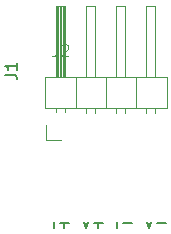
<source format=gbr>
%TF.GenerationSoftware,KiCad,Pcbnew,7.0.2*%
%TF.CreationDate,2023-11-30T16:19:12-07:00*%
%TF.ProjectId,thermo_adap_pcb,74686572-6d6f-45f6-9164-61705f706362,rev?*%
%TF.SameCoordinates,Original*%
%TF.FileFunction,Legend,Top*%
%TF.FilePolarity,Positive*%
%FSLAX46Y46*%
G04 Gerber Fmt 4.6, Leading zero omitted, Abs format (unit mm)*
G04 Created by KiCad (PCBNEW 7.0.2) date 2023-11-30 16:19:12*
%MOMM*%
%LPD*%
G01*
G04 APERTURE LIST*
%ADD10C,0.150000*%
%ADD11C,0.100000*%
%ADD12C,0.120000*%
%ADD13C,0.810345*%
%ADD14C,1.500000*%
%ADD15R,1.700000X1.700000*%
%ADD16O,1.700000X1.700000*%
G04 APERTURE END LIST*
D10*
X-4361904Y-8677619D02*
X-4361904Y-7677619D01*
X-3885714Y-8296666D02*
X-3123810Y-8296666D01*
X-3504762Y-8677619D02*
X-3504762Y-7915714D01*
X-2028571Y-7677619D02*
X-1695238Y-8677619D01*
X-1695238Y-8677619D02*
X-1361905Y-7677619D01*
X-1028571Y-8296666D02*
X-266667Y-8296666D01*
X-647619Y-8677619D02*
X-647619Y-7915714D01*
X971428Y-8677619D02*
X971428Y-7677619D01*
X1447618Y-8296666D02*
X2209523Y-8296666D01*
X3304761Y-7677619D02*
X3638094Y-8677619D01*
X3638094Y-8677619D02*
X3971427Y-7677619D01*
X4304761Y-8296666D02*
X5066666Y-8296666D01*
D11*
%TO.C,J2*%
X-4193333Y6837380D02*
X-4193333Y6123095D01*
X-4193333Y6123095D02*
X-4240952Y5980238D01*
X-4240952Y5980238D02*
X-4336190Y5885000D01*
X-4336190Y5885000D02*
X-4479047Y5837380D01*
X-4479047Y5837380D02*
X-4574285Y5837380D01*
X-3764761Y6742142D02*
X-3717142Y6789761D01*
X-3717142Y6789761D02*
X-3621904Y6837380D01*
X-3621904Y6837380D02*
X-3383809Y6837380D01*
X-3383809Y6837380D02*
X-3288571Y6789761D01*
X-3288571Y6789761D02*
X-3240952Y6742142D01*
X-3240952Y6742142D02*
X-3193333Y6646904D01*
X-3193333Y6646904D02*
X-3193333Y6551666D01*
X-3193333Y6551666D02*
X-3240952Y6408809D01*
X-3240952Y6408809D02*
X-3812380Y5837380D01*
X-3812380Y5837380D02*
X-3193333Y5837380D01*
D10*
%TO.C,J1*%
X-8537380Y4266666D02*
X-7823095Y4266666D01*
X-7823095Y4266666D02*
X-7680238Y4219047D01*
X-7680238Y4219047D02*
X-7585000Y4123809D01*
X-7585000Y4123809D02*
X-7537380Y3980952D01*
X-7537380Y3980952D02*
X-7537380Y3885714D01*
X-7537380Y5266666D02*
X-7537380Y4695238D01*
X-7537380Y4980952D02*
X-8537380Y4980952D01*
X-8537380Y4980952D02*
X-8394523Y4885714D01*
X-8394523Y4885714D02*
X-8299285Y4790476D01*
X-8299285Y4790476D02*
X-8251666Y4695238D01*
D12*
X-5080000Y-1270000D02*
X-5080000Y0D01*
X-3810000Y-1270000D02*
X-5080000Y-1270000D01*
X-1650000Y1042929D02*
X-1650000Y1440000D01*
X-890000Y1042929D02*
X-890000Y1440000D01*
X890000Y1042929D02*
X890000Y1440000D01*
X1650000Y1042929D02*
X1650000Y1440000D01*
X3430000Y1042929D02*
X3430000Y1440000D01*
X4190000Y1042929D02*
X4190000Y1440000D01*
X-4190000Y1110000D02*
X-4190000Y1440000D01*
X-3430000Y1110000D02*
X-3430000Y1440000D01*
X-5140000Y1440000D02*
X5140000Y1440000D01*
X-2540000Y1440000D02*
X-2540000Y4100000D01*
X0Y1440000D02*
X0Y4100000D01*
X2540000Y1440000D02*
X2540000Y4100000D01*
X5140000Y1440000D02*
X5140000Y4100000D01*
X-5140000Y4100000D02*
X-5140000Y1440000D01*
X-4190000Y4100000D02*
X-4190000Y10100000D01*
X-4130000Y4100000D02*
X-4130000Y10100000D01*
X-4010000Y4100000D02*
X-4010000Y10100000D01*
X-3890000Y4100000D02*
X-3890000Y10100000D01*
X-3770000Y4100000D02*
X-3770000Y10100000D01*
X-3650000Y4100000D02*
X-3650000Y10100000D01*
X-3530000Y4100000D02*
X-3530000Y10100000D01*
X-1650000Y4100000D02*
X-1650000Y10100000D01*
X890000Y4100000D02*
X890000Y10100000D01*
X3430000Y4100000D02*
X3430000Y10100000D01*
X5140000Y4100000D02*
X-5140000Y4100000D01*
X-4190000Y10100000D02*
X-3430000Y10100000D01*
X-3430000Y10100000D02*
X-3430000Y4100000D01*
X-1650000Y10100000D02*
X-890000Y10100000D01*
X-890000Y10100000D02*
X-890000Y4100000D01*
X890000Y10100000D02*
X1650000Y10100000D01*
X1650000Y10100000D02*
X1650000Y4100000D01*
X3430000Y10100000D02*
X4190000Y10100000D01*
X4190000Y10100000D02*
X4190000Y4100000D01*
%TD*%
%LPC*%
D11*
%TO.C,J2*%
X-4660000Y-4900000D02*
X-2960000Y-4900000D01*
X-2960000Y-4900000D02*
X-2960000Y-8125000D01*
X-2960000Y-8125000D02*
X-4660000Y-8125000D01*
X-4660000Y-8125000D02*
X-4660000Y-4900000D01*
G36*
X-4660000Y-4900000D02*
G01*
X-2960000Y-4900000D01*
X-2960000Y-8125000D01*
X-4660000Y-8125000D01*
X-4660000Y-4900000D01*
G37*
X-2120000Y-4900000D02*
X-420000Y-4900000D01*
X-420000Y-4900000D02*
X-420000Y-8125000D01*
X-420000Y-8125000D02*
X-2120000Y-8125000D01*
X-2120000Y-8125000D02*
X-2120000Y-4900000D01*
G36*
X-2120000Y-4900000D02*
G01*
X-420000Y-4900000D01*
X-420000Y-8125000D01*
X-2120000Y-8125000D01*
X-2120000Y-4900000D01*
G37*
X420000Y-4900000D02*
X2120000Y-4900000D01*
X2120000Y-4900000D02*
X2120000Y-8125000D01*
X2120000Y-8125000D02*
X420000Y-8125000D01*
X420000Y-8125000D02*
X420000Y-4900000D01*
G36*
X420000Y-4900000D02*
G01*
X2120000Y-4900000D01*
X2120000Y-8125000D01*
X420000Y-8125000D01*
X420000Y-4900000D01*
G37*
X2960000Y-4900000D02*
X4660000Y-4900000D01*
X4660000Y-4900000D02*
X4660000Y-8125000D01*
X4660000Y-8125000D02*
X2960000Y-8125000D01*
X2960000Y-8125000D02*
X2960000Y-4900000D01*
G36*
X2960000Y-4900000D02*
G01*
X4660000Y-4900000D01*
X4660000Y-8125000D01*
X2960000Y-8125000D01*
X2960000Y-4900000D01*
G37*
D13*
X-3404828Y-5000000D02*
G75*
G03*
X-3404828Y-5000000I-405172J0D01*
G01*
X-864828Y-5000000D02*
G75*
G03*
X-864828Y-5000000I-405172J0D01*
G01*
X1675172Y-5000000D02*
G75*
G03*
X1675172Y-5000000I-405172J0D01*
G01*
X4215172Y-5000000D02*
G75*
G03*
X4215172Y-5000000I-405172J0D01*
G01*
%TD*%
D14*
%TO.C,J2*%
X-3810000Y-5000000D03*
X-1270000Y-5000000D03*
X1270000Y-5000000D03*
X3810000Y-5000000D03*
%TD*%
D15*
%TO.C,J1*%
X-3810000Y0D03*
D16*
X-1270000Y0D03*
X1270000Y0D03*
X3810000Y0D03*
%TD*%
%LPD*%
M02*

</source>
